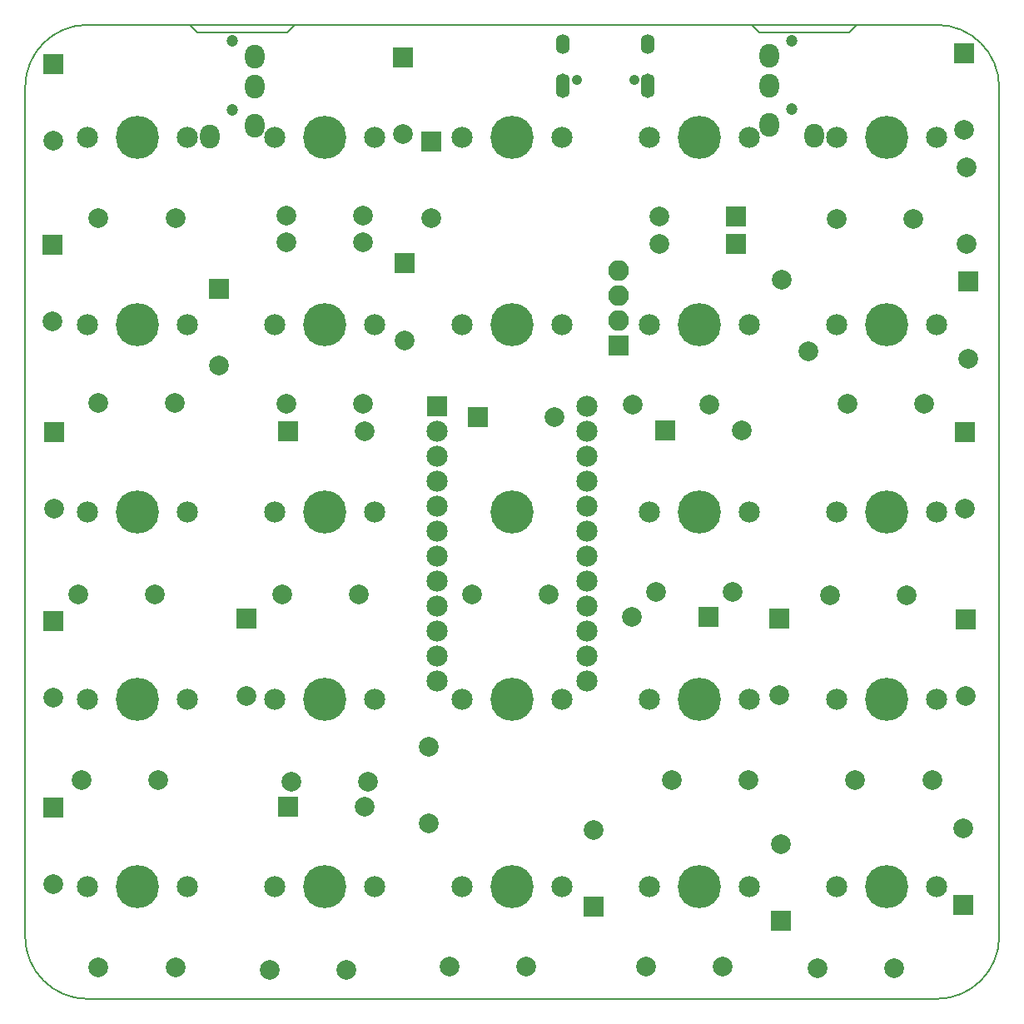
<source format=gbr>
%TF.GenerationSoftware,KiCad,Pcbnew,(5.0.0)*%
%TF.CreationDate,2018-08-30T21:25:35+03:00*%
%TF.ProjectId,Lysergic25,4C7973657267696332352E6B69636164,rev?*%
%TF.SameCoordinates,Original*%
%TF.FileFunction,Soldermask,Top*%
%TF.FilePolarity,Negative*%
%FSLAX46Y46*%
G04 Gerber Fmt 4.6, Leading zero omitted, Abs format (unit mm)*
G04 Created by KiCad (PCBNEW (5.0.0)) date 08/30/18 21:25:35*
%MOMM*%
%LPD*%
G01*
G04 APERTURE LIST*
%ADD10C,0.150000*%
%ADD11O,2.000000X2.400000*%
%ADD12C,1.200000*%
%ADD13C,2.150000*%
%ADD14C,4.387800*%
%ADD15R,2.000000X2.000000*%
%ADD16C,2.000000*%
%ADD17O,2.100000X2.100000*%
%ADD18R,2.100000X2.100000*%
%ADD19R,2.152600X2.152600*%
%ADD20C,2.152600*%
%ADD21O,1.400000X2.000000*%
%ADD22O,1.400000X2.500000*%
%ADD23C,1.050000*%
G04 APERTURE END LIST*
D10*
X73152000Y-83820000D02*
X62484000Y-83820000D01*
X16002000Y-83820000D02*
X5334000Y-83820000D01*
X73152000Y-83820000D02*
X81280000Y-83820000D01*
X16002000Y-83820000D02*
X62484000Y-83820000D01*
X5334000Y-83820000D02*
X-5080000Y-83820000D01*
X72390000Y-84582000D02*
X73152000Y-83820000D01*
X71882000Y-84582000D02*
X72390000Y-84582000D01*
X63246000Y-84582000D02*
X62484000Y-83820000D01*
X63754000Y-84582000D02*
X63246000Y-84582000D01*
X6096000Y-84582000D02*
X5334000Y-83820000D01*
X6604000Y-84582000D02*
X6096000Y-84582000D01*
X15240000Y-84582000D02*
X16002000Y-83820000D01*
X14732000Y-84582000D02*
X15240000Y-84582000D01*
X7112000Y-84582000D02*
X6604000Y-84582000D01*
X14224000Y-84582000D02*
X14732000Y-84582000D01*
X64262000Y-84582000D02*
X63754000Y-84582000D01*
X71374000Y-84582000D02*
X71882000Y-84582000D01*
X7366000Y-84582000D02*
X7112000Y-84582000D01*
X13970000Y-84582000D02*
X14224000Y-84582000D01*
X64516000Y-84582000D02*
X64262000Y-84582000D01*
X71120000Y-84582000D02*
X71374000Y-84582000D01*
X7366000Y-84582000D02*
X7874000Y-84582000D01*
X13970000Y-84582000D02*
X13462000Y-84582000D01*
X64516000Y-84582000D02*
X65024000Y-84582000D01*
X71120000Y-84582000D02*
X70612000Y-84582000D01*
X65024000Y-84582000D02*
X70612000Y-84582000D01*
X7874000Y-84582000D02*
X13462000Y-84582000D01*
X-11430000Y-90170000D02*
X-11430000Y-176530000D01*
X87630000Y-176530000D02*
X87630000Y-90170000D01*
X-5080000Y-182880000D02*
X81280000Y-182880000D01*
X-5080000Y-182880000D02*
G75*
G02X-11430000Y-176530000I0J6350000D01*
G01*
X-5080000Y-83820000D02*
G75*
G03X-11430000Y-90170000I0J-6350000D01*
G01*
X87630000Y-176530000D02*
G75*
G02X81280000Y-182880000I-6350000J0D01*
G01*
X81280000Y-83820000D02*
G75*
G02X87630000Y-90170000I0J-6350000D01*
G01*
D11*
%TO.C,Trrs2*%
X11926600Y-90070800D03*
D12*
X9626600Y-85470800D03*
X9626600Y-92470800D03*
D11*
X11926600Y-87070800D03*
X11926600Y-94070800D03*
X7326600Y-95170800D03*
%TD*%
D13*
%TO.C,MX4*%
X52070000Y-95250000D03*
X62230000Y-95250000D03*
D14*
X57150000Y-95250000D03*
%TD*%
%TO.C,MX13*%
X38100000Y-133350000D03*
%TD*%
D13*
%TO.C,MX21*%
X5080000Y-171450000D03*
X-5080000Y-171450000D03*
D14*
X0Y-171450000D03*
%TD*%
D13*
%TO.C,MX22*%
X24130000Y-171450000D03*
X13970000Y-171450000D03*
D14*
X19050000Y-171450000D03*
%TD*%
D13*
%TO.C,MX23*%
X43180000Y-171450000D03*
X33020000Y-171450000D03*
D14*
X38100000Y-171450000D03*
%TD*%
D13*
%TO.C,MX24*%
X62230000Y-171450000D03*
X52070000Y-171450000D03*
D14*
X57150000Y-171450000D03*
%TD*%
D13*
%TO.C,MX25*%
X81280000Y-171450000D03*
X71120000Y-171450000D03*
D14*
X76200000Y-171450000D03*
%TD*%
D13*
%TO.C,MX16*%
X5080000Y-152400000D03*
X-5080000Y-152400000D03*
D14*
X0Y-152400000D03*
%TD*%
D13*
%TO.C,MX17*%
X24130000Y-152400000D03*
X13970000Y-152400000D03*
D14*
X19050000Y-152400000D03*
%TD*%
D13*
%TO.C,MX18*%
X43180000Y-152400000D03*
X33020000Y-152400000D03*
D14*
X38100000Y-152400000D03*
%TD*%
D13*
%TO.C,MX19*%
X62230000Y-152400000D03*
X52070000Y-152400000D03*
D14*
X57150000Y-152400000D03*
%TD*%
D13*
%TO.C,MX20*%
X81280000Y-152400000D03*
X71120000Y-152400000D03*
D14*
X76200000Y-152400000D03*
%TD*%
D13*
%TO.C,MX15*%
X81280000Y-133350000D03*
X71120000Y-133350000D03*
D14*
X76200000Y-133350000D03*
%TD*%
D13*
%TO.C,MX14*%
X62230000Y-133350000D03*
X52070000Y-133350000D03*
D14*
X57150000Y-133350000D03*
%TD*%
D13*
%TO.C,MX12*%
X24130000Y-133350000D03*
X13970000Y-133350000D03*
D14*
X19050000Y-133350000D03*
%TD*%
D13*
%TO.C,MX11*%
X5080000Y-133350000D03*
X-5080000Y-133350000D03*
D14*
X0Y-133350000D03*
%TD*%
D13*
%TO.C,MX10*%
X81280000Y-114300000D03*
X71120000Y-114300000D03*
D14*
X76200000Y-114300000D03*
%TD*%
D13*
%TO.C,MX9*%
X62230000Y-114300000D03*
X52070000Y-114300000D03*
D14*
X57150000Y-114300000D03*
%TD*%
D13*
%TO.C,MX8*%
X43180000Y-114300000D03*
X33020000Y-114300000D03*
D14*
X38100000Y-114300000D03*
%TD*%
D13*
%TO.C,MX7*%
X24130000Y-114300000D03*
X13970000Y-114300000D03*
D14*
X19050000Y-114300000D03*
%TD*%
D13*
%TO.C,MX6*%
X5080000Y-114300000D03*
X-5080000Y-114300000D03*
D14*
X0Y-114300000D03*
%TD*%
D13*
%TO.C,MX5*%
X81280000Y-95250000D03*
X71120000Y-95250000D03*
D14*
X76200000Y-95250000D03*
%TD*%
D13*
%TO.C,MX1*%
X5080000Y-95250000D03*
X-5080000Y-95250000D03*
D14*
X0Y-95250000D03*
%TD*%
D13*
%TO.C,MX2*%
X24130000Y-95250000D03*
X13970000Y-95250000D03*
D14*
X19050000Y-95250000D03*
%TD*%
D13*
%TO.C,MX3*%
X32994600Y-95250000D03*
X43154600Y-95250000D03*
D14*
X38074600Y-95250000D03*
%TD*%
D15*
%TO.C,D1*%
X-8534400Y-87844800D03*
D16*
X-8534400Y-95644800D03*
%TD*%
%TO.C,D2*%
X26987500Y-94959000D03*
D15*
X26987500Y-87159000D03*
%TD*%
D16*
%TO.C,D3*%
X29845000Y-103468000D03*
D15*
X29845000Y-95668000D03*
%TD*%
D16*
%TO.C,D4*%
X53059500Y-103314500D03*
D15*
X60859500Y-103314500D03*
%TD*%
%TO.C,D5*%
X84018120Y-86739900D03*
D16*
X84018120Y-94539900D03*
%TD*%
%TO.C,D6*%
X-8636000Y-114009000D03*
D15*
X-8636000Y-106209000D03*
%TD*%
%TO.C,D7*%
X8255000Y-110654000D03*
D16*
X8255000Y-118454000D03*
%TD*%
D15*
%TO.C,D8*%
X27127200Y-108088600D03*
D16*
X27127200Y-115888600D03*
%TD*%
%TO.C,D9*%
X53059500Y-106108500D03*
D15*
X60859500Y-106108500D03*
%TD*%
D16*
%TO.C,D10*%
X84477860Y-117750420D03*
D15*
X84477860Y-109950420D03*
%TD*%
%TO.C,D11*%
X-8509000Y-125259000D03*
D16*
X-8509000Y-133059000D03*
%TD*%
D15*
%TO.C,D12*%
X15274000Y-125158500D03*
D16*
X23074000Y-125158500D03*
%TD*%
%TO.C,D13*%
X42381000Y-123698000D03*
D15*
X34581000Y-123698000D03*
%TD*%
D16*
%TO.C,D14*%
X61431000Y-125031500D03*
D15*
X53631000Y-125031500D03*
%TD*%
D16*
%TO.C,D15*%
X84137500Y-133059000D03*
D15*
X84137500Y-125259000D03*
%TD*%
%TO.C,D16*%
X-8534400Y-144423300D03*
D16*
X-8534400Y-152223300D03*
%TD*%
%TO.C,D17*%
X11112500Y-152045500D03*
D15*
X11112500Y-144245500D03*
%TD*%
%TO.C,D18*%
X58052800Y-144068800D03*
D16*
X50252800Y-144068800D03*
%TD*%
%TO.C,D19*%
X65278000Y-151982000D03*
D15*
X65278000Y-144182000D03*
%TD*%
D16*
%TO.C,D20*%
X84251800Y-152109000D03*
D15*
X84251800Y-144309000D03*
%TD*%
D16*
%TO.C,D21*%
X-8585200Y-171184400D03*
D15*
X-8585200Y-163384400D03*
%TD*%
%TO.C,D22*%
X15277000Y-163322000D03*
D16*
X23077000Y-163322000D03*
%TD*%
D15*
%TO.C,D23*%
X46355000Y-173521200D03*
D16*
X46355000Y-165721200D03*
%TD*%
D15*
%TO.C,D24*%
X65405000Y-174969000D03*
D16*
X65405000Y-167169000D03*
%TD*%
D15*
%TO.C,D25*%
X83947000Y-173330700D03*
D16*
X83947000Y-165530700D03*
%TD*%
D17*
%TO.C,J1*%
X48895000Y-108775500D03*
X48895000Y-111315500D03*
X48895000Y-113855500D03*
D18*
X48895000Y-116395500D03*
%TD*%
D16*
%TO.C,R6*%
X3836500Y-103441500D03*
X-3963500Y-103441500D03*
%TD*%
%TO.C,R7*%
X22950000Y-105918000D03*
X15150000Y-105918000D03*
%TD*%
%TO.C,R8*%
X22950000Y-103251000D03*
X15150000Y-103251000D03*
%TD*%
%TO.C,R9*%
X78880800Y-103530400D03*
X71080800Y-103530400D03*
%TD*%
%TO.C,R10*%
X84330540Y-106074040D03*
X84330540Y-98274040D03*
%TD*%
%TO.C,R11*%
X3773000Y-122301000D03*
X-4027000Y-122301000D03*
%TD*%
%TO.C,R12*%
X22950000Y-122364500D03*
X15150000Y-122364500D03*
%TD*%
%TO.C,R13*%
X50367100Y-122402600D03*
X58167100Y-122402600D03*
%TD*%
%TO.C,R14*%
X65531621Y-109708099D03*
X68199379Y-117037701D03*
%TD*%
%TO.C,R15*%
X79973000Y-122364500D03*
X72173000Y-122364500D03*
%TD*%
%TO.C,R16*%
X1771480Y-141739620D03*
X-6028520Y-141739620D03*
%TD*%
%TO.C,R17*%
X22505500Y-141732000D03*
X14705500Y-141732000D03*
%TD*%
%TO.C,R18*%
X41819660Y-141706600D03*
X34019660Y-141706600D03*
%TD*%
%TO.C,R19*%
X52742000Y-141478000D03*
X60542000Y-141478000D03*
%TD*%
%TO.C,R20*%
X70395000Y-141859000D03*
X78195000Y-141859000D03*
%TD*%
%TO.C,R21*%
X-5678000Y-160655000D03*
X2122000Y-160655000D03*
%TD*%
%TO.C,R22*%
X15658000Y-160782000D03*
X23458000Y-160782000D03*
%TD*%
%TO.C,R23*%
X29591000Y-165063000D03*
X29591000Y-157263000D03*
%TD*%
%TO.C,R24*%
X54329500Y-160655000D03*
X62129500Y-160655000D03*
%TD*%
%TO.C,R25*%
X80798500Y-160591500D03*
X72998500Y-160591500D03*
%TD*%
%TO.C,R26*%
X3836500Y-179705000D03*
X-3963500Y-179705000D03*
%TD*%
%TO.C,R27*%
X21235500Y-179895500D03*
X13435500Y-179895500D03*
%TD*%
%TO.C,R28*%
X39523500Y-179578000D03*
X31723500Y-179578000D03*
%TD*%
%TO.C,R29*%
X59526000Y-179578000D03*
X51726000Y-179578000D03*
%TD*%
%TO.C,R30*%
X69150400Y-179730400D03*
X76950400Y-179730400D03*
%TD*%
D11*
%TO.C,Trrs1*%
X64222600Y-90007300D03*
D12*
X66522600Y-85407300D03*
X66522600Y-92407300D03*
D11*
X64222600Y-87007300D03*
X64222600Y-94007300D03*
X68822600Y-95107300D03*
%TD*%
D19*
%TO.C,U1*%
X30487620Y-122643900D03*
D20*
X30487620Y-125183900D03*
X30487620Y-127723900D03*
X30487620Y-130263900D03*
X30487620Y-132803900D03*
X30487620Y-135343900D03*
X30487620Y-137883900D03*
X30487620Y-140423900D03*
X30487620Y-142963900D03*
X30487620Y-145503900D03*
X30487620Y-148043900D03*
X45727620Y-150583900D03*
X45727620Y-148043900D03*
X45727620Y-145503900D03*
X45727620Y-142963900D03*
X45727620Y-140423900D03*
X45727620Y-137883900D03*
X45727620Y-135343900D03*
X45727620Y-132803900D03*
X45727620Y-130263900D03*
X45727620Y-127723900D03*
X45727620Y-125183900D03*
X30487620Y-150583900D03*
X45727620Y-122643900D03*
%TD*%
D21*
%TO.C,USB1*%
X51919600Y-85810400D03*
X43279600Y-85810400D03*
D22*
X51919600Y-89990400D03*
X43279600Y-89990400D03*
D23*
X44709600Y-89460400D03*
X50489600Y-89460400D03*
%TD*%
M02*

</source>
